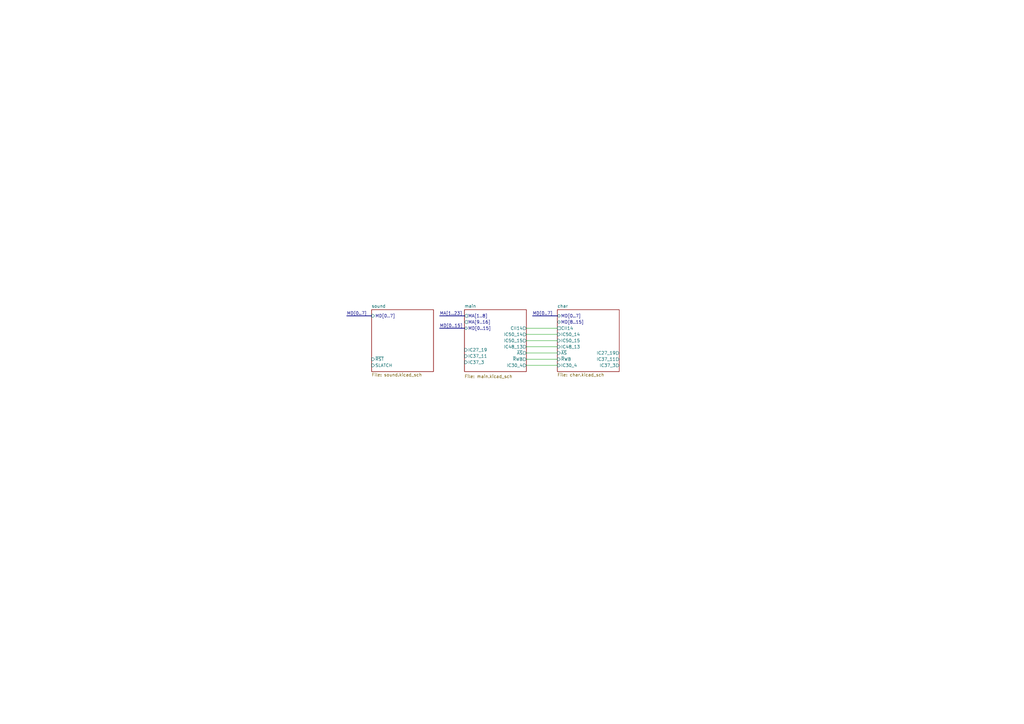
<source format=kicad_sch>
(kicad_sch
	(version 20231120)
	(generator "eeschema")
	(generator_version "8.0")
	(uuid "9b45fe8f-ccde-4083-bbaa-82d9a9454022")
	(paper "A3")
	(title_block
		(title "WWF Super Stars")
		(company "JOTEGO")
		(comment 1 "Leo Tejada")
	)
	(lib_symbols)
	(wire
		(pts
			(xy 215.9 149.86) (xy 228.6 149.86)
		)
		(stroke
			(width 0)
			(type default)
		)
		(uuid "02dacba0-4071-47f9-8907-a9556f7d953b")
	)
	(bus
		(pts
			(xy 180.34 129.54) (xy 190.5 129.54)
		)
		(stroke
			(width 0)
			(type default)
		)
		(uuid "22e70a87-c1ea-4286-bfe4-56fb430c59c8")
	)
	(wire
		(pts
			(xy 215.9 139.7) (xy 228.6 139.7)
		)
		(stroke
			(width 0)
			(type default)
		)
		(uuid "2c4c8f23-2f9d-42ba-a274-9fb09942b991")
	)
	(bus
		(pts
			(xy 142.24 129.54) (xy 152.4 129.54)
		)
		(stroke
			(width 0)
			(type default)
		)
		(uuid "4ee51b11-014f-4987-b9c6-650eb94f444d")
	)
	(wire
		(pts
			(xy 215.9 134.62) (xy 228.6 134.62)
		)
		(stroke
			(width 0)
			(type default)
		)
		(uuid "5a72ea7f-a7e6-45c0-894d-6c24a1686b3e")
	)
	(bus
		(pts
			(xy 218.44 129.54) (xy 228.6 129.54)
		)
		(stroke
			(width 0)
			(type default)
		)
		(uuid "b630e08b-4b87-4f46-bc15-403b39264495")
	)
	(wire
		(pts
			(xy 215.9 137.16) (xy 228.6 137.16)
		)
		(stroke
			(width 0)
			(type default)
		)
		(uuid "bade8082-669d-4157-8d70-985cb1ba1909")
	)
	(bus
		(pts
			(xy 180.34 134.62) (xy 190.5 134.62)
		)
		(stroke
			(width 0)
			(type default)
		)
		(uuid "bbdc95a5-5d01-4ab6-817b-6b2d7897cbc9")
	)
	(wire
		(pts
			(xy 215.9 147.32) (xy 228.6 147.32)
		)
		(stroke
			(width 0)
			(type default)
		)
		(uuid "bbfda79e-230a-4295-b3d7-bc54149a9d2b")
	)
	(wire
		(pts
			(xy 215.9 142.24) (xy 228.6 142.24)
		)
		(stroke
			(width 0)
			(type default)
		)
		(uuid "de99b911-afc4-4348-8d7f-ac1f5009f7ea")
	)
	(wire
		(pts
			(xy 215.9 144.78) (xy 228.6 144.78)
		)
		(stroke
			(width 0)
			(type default)
		)
		(uuid "e01dd9f7-c904-4fd7-9156-08d189949ece")
	)
	(label "MD[0..7]"
		(at 142.24 129.54 0)
		(fields_autoplaced yes)
		(effects
			(font
				(size 1.27 1.27)
			)
			(justify left bottom)
		)
		(uuid "2956a82c-e366-4bcc-914e-a22a898b6a1f")
	)
	(label "MA[1..23]"
		(at 180.34 129.54 0)
		(fields_autoplaced yes)
		(effects
			(font
				(size 1.27 1.27)
			)
			(justify left bottom)
		)
		(uuid "886ef895-1ca1-4cd7-9266-21c9d5c002d1")
	)
	(label "MD[0..7]"
		(at 218.44 129.54 0)
		(fields_autoplaced yes)
		(effects
			(font
				(size 1.27 1.27)
			)
			(justify left bottom)
		)
		(uuid "d5ee9dc9-8a39-4122-87c5-4d17bd7787ba")
	)
	(label "MD[0..15]"
		(at 180.34 134.62 0)
		(fields_autoplaced yes)
		(effects
			(font
				(size 1.27 1.27)
			)
			(justify left bottom)
		)
		(uuid "fc57ac4b-fd95-42a2-86b8-133dbf816140")
	)
	(sheet
		(at 228.6 127)
		(size 25.4 25.4)
		(fields_autoplaced yes)
		(stroke
			(width 0.1524)
			(type solid)
		)
		(fill
			(color 0 0 0 0.0000)
		)
		(uuid "2b44afe5-199d-4815-a082-e94757fbcfe2")
		(property "Sheetname" "char"
			(at 228.6 126.2884 0)
			(effects
				(font
					(size 1.27 1.27)
				)
				(justify left bottom)
			)
		)
		(property "Sheetfile" "char.kicad_sch"
			(at 228.6 152.9846 0)
			(effects
				(font
					(size 1.27 1.27)
				)
				(justify left top)
			)
		)
		(pin "MD[0..7]" bidirectional
			(at 228.6 129.54 180)
			(effects
				(font
					(size 1.27 1.27)
				)
				(justify left)
			)
			(uuid "6bd9feed-1178-4e8e-a51e-24ec2a9eacec")
		)
		(pin "~{R}WB" input
			(at 228.6 147.32 180)
			(effects
				(font
					(size 1.27 1.27)
				)
				(justify left)
			)
			(uuid "4464515d-ae83-4083-af6e-b4b393d2ddad")
		)
		(pin "IC50_14" input
			(at 228.6 137.16 180)
			(effects
				(font
					(size 1.27 1.27)
				)
				(justify left)
			)
			(uuid "d68b5409-4963-4655-9cb4-692061c67ec9")
		)
		(pin "IC50_15" input
			(at 228.6 139.7 180)
			(effects
				(font
					(size 1.27 1.27)
				)
				(justify left)
			)
			(uuid "959397a5-af52-4e15-bef5-b3012b9b6a02")
		)
		(pin "CII14" passive
			(at 228.6 134.62 180)
			(effects
				(font
					(size 1.27 1.27)
				)
				(justify left)
			)
			(uuid "49d5f24c-2ba5-439b-a5b9-31db287764db")
		)
		(pin "~{AS}" input
			(at 228.6 144.78 180)
			(effects
				(font
					(size 1.27 1.27)
				)
				(justify left)
			)
			(uuid "8b8c2bd0-41e5-4db9-b68e-ffb5b54f7a03")
		)
		(pin "IC48_13" input
			(at 228.6 142.24 180)
			(effects
				(font
					(size 1.27 1.27)
				)
				(justify left)
			)
			(uuid "4a2b360c-184d-4677-a525-f76bebe7574d")
		)
		(pin "IC37_11" output
			(at 254 147.32 0)
			(effects
				(font
					(size 1.27 1.27)
				)
				(justify right)
			)
			(uuid "cfdae8ac-2414-41da-b769-4e9a91b0b93c")
		)
		(pin "IC37_3" output
			(at 254 149.86 0)
			(effects
				(font
					(size 1.27 1.27)
				)
				(justify right)
			)
			(uuid "cd394b02-b4cd-40ea-93c6-b8d430b5dced")
		)
		(pin "IC27_19" output
			(at 254 144.78 0)
			(effects
				(font
					(size 1.27 1.27)
				)
				(justify right)
			)
			(uuid "998702a7-d6f8-4294-921c-2d994268861e")
		)
		(pin "MD[8..15]" bidirectional
			(at 228.6 132.08 180)
			(effects
				(font
					(size 1.27 1.27)
				)
				(justify left)
			)
			(uuid "7cf029d3-0980-43ab-bc0c-05619f13bb4c")
		)
		(pin "IC30_4" input
			(at 228.6 149.86 180)
			(effects
				(font
					(size 1.27 1.27)
				)
				(justify left)
			)
			(uuid "85d5c4c7-a17b-4c45-ad51-6b760bd21771")
		)
		(instances
			(project "wwfsstar"
				(path "/9b45fe8f-ccde-4083-bbaa-82d9a9454022"
					(page "3")
				)
			)
		)
	)
	(sheet
		(at 190.5 127)
		(size 25.4 25.4)
		(stroke
			(width 0.1524)
			(type solid)
		)
		(fill
			(color 0 0 0 0.0000)
		)
		(uuid "50fdd19b-ac4b-4056-8d66-992b35bef780")
		(property "Sheetname" "main"
			(at 190.5 126.2884 0)
			(effects
				(font
					(size 1.27 1.27)
				)
				(justify left bottom)
			)
		)
		(property "Sheetfile" "main.kicad_sch"
			(at 190.5 153.67 0)
			(effects
				(font
					(size 1.27 1.27)
				)
				(justify left top)
			)
		)
		(pin "MD[0..15]" bidirectional
			(at 190.5 134.62 180)
			(effects
				(font
					(size 1.27 1.27)
				)
				(justify left)
			)
			(uuid "119cc370-3bc2-419b-971c-5114dee727d6")
		)
		(pin "IC50_15" output
			(at 215.9 139.7 0)
			(effects
				(font
					(size 1.27 1.27)
				)
				(justify right)
			)
			(uuid "1d0d4005-6a3d-4cce-a6b6-649b31b575ce")
		)
		(pin "IC50_14" output
			(at 215.9 137.16 0)
			(effects
				(font
					(size 1.27 1.27)
				)
				(justify right)
			)
			(uuid "d87d4ed8-4fdf-4f14-9860-02225d33d0b8")
		)
		(pin "IC37_11" input
			(at 190.5 146.05 180)
			(effects
				(font
					(size 1.27 1.27)
				)
				(justify left)
			)
			(uuid "2182cd5a-9a56-4c07-ab83-41430dc3b7fb")
		)
		(pin "~{AS}" output
			(at 215.9 144.78 0)
			(effects
				(font
					(size 1.27 1.27)
				)
				(justify right)
			)
			(uuid "cb2e59f2-e254-4c0f-b838-b370850c6aff")
		)
		(pin "IC27_19" input
			(at 190.5 143.51 180)
			(effects
				(font
					(size 1.27 1.27)
				)
				(justify left)
			)
			(uuid "618c2b89-1f97-4b42-9ef1-9177fb80086d")
		)
		(pin "IC37_3" input
			(at 190.5 148.59 180)
			(effects
				(font
					(size 1.27 1.27)
				)
				(justify left)
			)
			(uuid "33caf662-b287-431e-a2ab-26f5ef75d6cd")
		)
		(pin "~{R}WB" output
			(at 215.9 147.32 0)
			(effects
				(font
					(size 1.27 1.27)
				)
				(justify right)
			)
			(uuid "943ac639-d276-48e0-a241-d23ae02fc00e")
		)
		(pin "IC48_13" output
			(at 215.9 142.24 0)
			(effects
				(font
					(size 1.27 1.27)
				)
				(justify right)
			)
			(uuid "5a556c72-b020-4af1-968d-2f238955aac9")
		)
		(pin "CII14" output
			(at 215.9 134.62 0)
			(effects
				(font
					(size 1.27 1.27)
				)
				(justify right)
			)
			(uuid "8abeb828-795e-42e2-a80b-fa9e229c3bea")
		)
		(pin "IC30_4" output
			(at 215.9 149.86 0)
			(effects
				(font
					(size 1.27 1.27)
				)
				(justify right)
			)
			(uuid "ff0f354f-4b2f-4f31-82bb-e5ce9d90269e")
		)
		(pin "MA[1..8]" output
			(at 190.5 129.54 180)
			(effects
				(font
					(size 1.27 1.27)
				)
				(justify left)
			)
			(uuid "64f2d692-20bb-4860-97ba-7c32200700bc")
		)
		(pin "MA[9..16]" output
			(at 190.5 132.08 180)
			(effects
				(font
					(size 1.27 1.27)
				)
				(justify left)
			)
			(uuid "2b01f260-9b27-43a2-9b78-0d9ff4ada28a")
		)
		(instances
			(project "wwfsstar"
				(path "/9b45fe8f-ccde-4083-bbaa-82d9a9454022"
					(page "4")
				)
			)
		)
	)
	(sheet
		(at 152.4 127)
		(size 25.4 25.4)
		(fields_autoplaced yes)
		(stroke
			(width 0.1524)
			(type solid)
		)
		(fill
			(color 0 0 0 0.0000)
		)
		(uuid "80543143-79bc-4377-b1d2-9be4e3eb8bc1")
		(property "Sheetname" "sound"
			(at 152.4 126.2884 0)
			(effects
				(font
					(size 1.27 1.27)
				)
				(justify left bottom)
			)
		)
		(property "Sheetfile" "sound.kicad_sch"
			(at 152.4 152.9846 0)
			(effects
				(font
					(size 1.27 1.27)
				)
				(justify left top)
			)
		)
		(pin "MD[0..7]" input
			(at 152.4 129.54 180)
			(effects
				(font
					(size 1.27 1.27)
				)
				(justify left)
			)
			(uuid "ca2468f4-b5ad-4fed-b6b4-9db9826a2bf0")
		)
		(pin "~{RST}" input
			(at 152.4 147.32 180)
			(effects
				(font
					(size 1.27 1.27)
				)
				(justify left)
			)
			(uuid "dd0d8c58-fa53-4aa8-a61a-699c85b98569")
		)
		(pin "SLATCH" input
			(at 152.4 149.86 180)
			(effects
				(font
					(size 1.27 1.27)
				)
				(justify left)
			)
			(uuid "f11e0421-00ff-4467-a72e-610df8fa595f")
		)
		(instances
			(project "wwfsstar"
				(path "/9b45fe8f-ccde-4083-bbaa-82d9a9454022"
					(page "2")
				)
			)
		)
	)
	(sheet_instances
		(path "/"
			(page "1")
		)
	)
)

</source>
